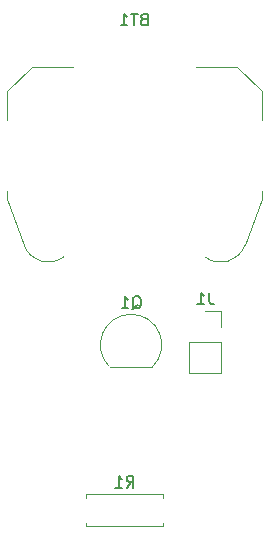
<source format=gbr>
%TF.GenerationSoftware,KiCad,Pcbnew,9.0.1*%
%TF.CreationDate,2025-04-08T16:36:56+08:00*%
%TF.ProjectId,Project2,50726f6a-6563-4743-922e-6b696361645f,rev?*%
%TF.SameCoordinates,Original*%
%TF.FileFunction,Legend,Bot*%
%TF.FilePolarity,Positive*%
%FSLAX46Y46*%
G04 Gerber Fmt 4.6, Leading zero omitted, Abs format (unit mm)*
G04 Created by KiCad (PCBNEW 9.0.1) date 2025-04-08 16:36:56*
%MOMM*%
%LPD*%
G01*
G04 APERTURE LIST*
%ADD10C,0.150000*%
%ADD11C,0.120000*%
G04 APERTURE END LIST*
D10*
X32825238Y-45490057D02*
X32920476Y-45442438D01*
X32920476Y-45442438D02*
X33015714Y-45347200D01*
X33015714Y-45347200D02*
X33158571Y-45204342D01*
X33158571Y-45204342D02*
X33253809Y-45156723D01*
X33253809Y-45156723D02*
X33349047Y-45156723D01*
X33301428Y-45394819D02*
X33396666Y-45347200D01*
X33396666Y-45347200D02*
X33491904Y-45251961D01*
X33491904Y-45251961D02*
X33539523Y-45061485D01*
X33539523Y-45061485D02*
X33539523Y-44728152D01*
X33539523Y-44728152D02*
X33491904Y-44537676D01*
X33491904Y-44537676D02*
X33396666Y-44442438D01*
X33396666Y-44442438D02*
X33301428Y-44394819D01*
X33301428Y-44394819D02*
X33110952Y-44394819D01*
X33110952Y-44394819D02*
X33015714Y-44442438D01*
X33015714Y-44442438D02*
X32920476Y-44537676D01*
X32920476Y-44537676D02*
X32872857Y-44728152D01*
X32872857Y-44728152D02*
X32872857Y-45061485D01*
X32872857Y-45061485D02*
X32920476Y-45251961D01*
X32920476Y-45251961D02*
X33015714Y-45347200D01*
X33015714Y-45347200D02*
X33110952Y-45394819D01*
X33110952Y-45394819D02*
X33301428Y-45394819D01*
X31920476Y-45394819D02*
X32491904Y-45394819D01*
X32206190Y-45394819D02*
X32206190Y-44394819D01*
X32206190Y-44394819D02*
X32301428Y-44537676D01*
X32301428Y-44537676D02*
X32396666Y-44632914D01*
X32396666Y-44632914D02*
X32491904Y-44680533D01*
X39333333Y-44074819D02*
X39333333Y-44789104D01*
X39333333Y-44789104D02*
X39380952Y-44931961D01*
X39380952Y-44931961D02*
X39476190Y-45027200D01*
X39476190Y-45027200D02*
X39619047Y-45074819D01*
X39619047Y-45074819D02*
X39714285Y-45074819D01*
X38333333Y-45074819D02*
X38904761Y-45074819D01*
X38619047Y-45074819D02*
X38619047Y-44074819D01*
X38619047Y-44074819D02*
X38714285Y-44217676D01*
X38714285Y-44217676D02*
X38809523Y-44312914D01*
X38809523Y-44312914D02*
X38904761Y-44360533D01*
X33800714Y-20931009D02*
X33657857Y-20978628D01*
X33657857Y-20978628D02*
X33610238Y-21026247D01*
X33610238Y-21026247D02*
X33562619Y-21121485D01*
X33562619Y-21121485D02*
X33562619Y-21264342D01*
X33562619Y-21264342D02*
X33610238Y-21359580D01*
X33610238Y-21359580D02*
X33657857Y-21407200D01*
X33657857Y-21407200D02*
X33753095Y-21454819D01*
X33753095Y-21454819D02*
X34134047Y-21454819D01*
X34134047Y-21454819D02*
X34134047Y-20454819D01*
X34134047Y-20454819D02*
X33800714Y-20454819D01*
X33800714Y-20454819D02*
X33705476Y-20502438D01*
X33705476Y-20502438D02*
X33657857Y-20550057D01*
X33657857Y-20550057D02*
X33610238Y-20645295D01*
X33610238Y-20645295D02*
X33610238Y-20740533D01*
X33610238Y-20740533D02*
X33657857Y-20835771D01*
X33657857Y-20835771D02*
X33705476Y-20883390D01*
X33705476Y-20883390D02*
X33800714Y-20931009D01*
X33800714Y-20931009D02*
X34134047Y-20931009D01*
X33276904Y-20454819D02*
X32705476Y-20454819D01*
X32991190Y-21454819D02*
X32991190Y-20454819D01*
X31848333Y-21454819D02*
X32419761Y-21454819D01*
X32134047Y-21454819D02*
X32134047Y-20454819D01*
X32134047Y-20454819D02*
X32229285Y-20597676D01*
X32229285Y-20597676D02*
X32324523Y-20692914D01*
X32324523Y-20692914D02*
X32419761Y-20740533D01*
X32356666Y-60584819D02*
X32689999Y-60108628D01*
X32928094Y-60584819D02*
X32928094Y-59584819D01*
X32928094Y-59584819D02*
X32547142Y-59584819D01*
X32547142Y-59584819D02*
X32451904Y-59632438D01*
X32451904Y-59632438D02*
X32404285Y-59680057D01*
X32404285Y-59680057D02*
X32356666Y-59775295D01*
X32356666Y-59775295D02*
X32356666Y-59918152D01*
X32356666Y-59918152D02*
X32404285Y-60013390D01*
X32404285Y-60013390D02*
X32451904Y-60061009D01*
X32451904Y-60061009D02*
X32547142Y-60108628D01*
X32547142Y-60108628D02*
X32928094Y-60108628D01*
X31404285Y-60584819D02*
X31975713Y-60584819D01*
X31689999Y-60584819D02*
X31689999Y-59584819D01*
X31689999Y-59584819D02*
X31785237Y-59727676D01*
X31785237Y-59727676D02*
X31880475Y-59822914D01*
X31880475Y-59822914D02*
X31975713Y-59870533D01*
D11*
%TO.C,Q1*%
X34530000Y-50350000D02*
X30930000Y-50350000D01*
X30891522Y-50338478D02*
G75*
G02*
X32730000Y-45899999I1838478J1838478D01*
G01*
X32730000Y-45900000D02*
G75*
G02*
X34568478Y-50338478I0J-2600000D01*
G01*
%TO.C,J1*%
X37620000Y-48270000D02*
X37620000Y-50920000D01*
X40380000Y-45620000D02*
X39000000Y-45620000D01*
X40380000Y-47000000D02*
X40380000Y-45620000D01*
X40380000Y-48270000D02*
X37620000Y-48270000D01*
X40380000Y-48270000D02*
X40380000Y-50920000D01*
X40380000Y-50920000D02*
X37620000Y-50920000D01*
%TO.C,BT1*%
X22235000Y-27040000D02*
X22235000Y-29500000D01*
X22235000Y-35500000D02*
X22235000Y-36130000D01*
X22235000Y-36130000D02*
X23675000Y-40080000D01*
X24315000Y-24960000D02*
X22235000Y-27040000D01*
X24315000Y-24960000D02*
X27815000Y-24960000D01*
X38215000Y-24960000D02*
X41715000Y-24960000D01*
X41715000Y-24960000D02*
X43795000Y-27040000D01*
X43795000Y-27040000D02*
X43795000Y-29500000D01*
X43795000Y-35500000D02*
X43795000Y-36130000D01*
X43795000Y-36130000D02*
X42355000Y-40080000D01*
X27015000Y-41050000D02*
G75*
G02*
X23689757Y-40088169I-1310000J1700000D01*
G01*
X42355000Y-40080000D02*
G75*
G02*
X39018354Y-41066530I-2030000J730001D01*
G01*
%TO.C,R1*%
X28920000Y-61130000D02*
X28920000Y-61460000D01*
X28920000Y-63870000D02*
X28920000Y-63540000D01*
X35460000Y-61130000D02*
X28920000Y-61130000D01*
X35460000Y-61460000D02*
X35460000Y-61130000D01*
X35460000Y-63540000D02*
X35460000Y-63870000D01*
X35460000Y-63870000D02*
X28920000Y-63870000D01*
%TD*%
M02*

</source>
